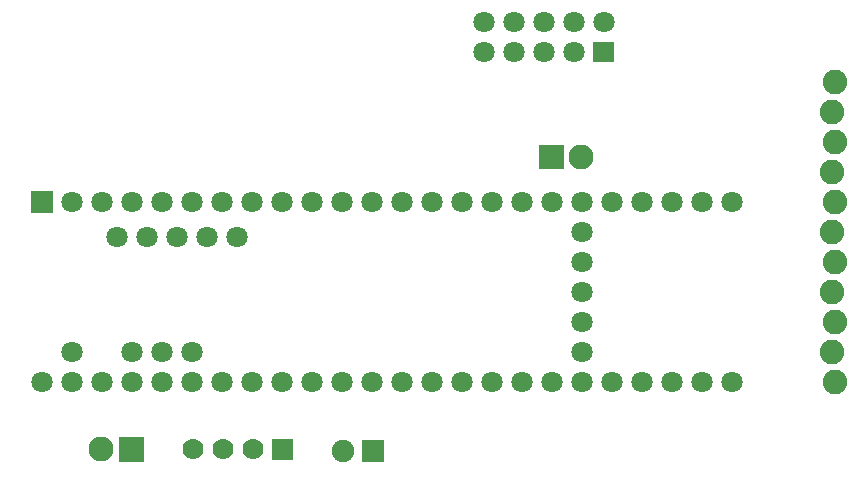
<source format=gts>
G04 Layer: TopSolderMaskLayer*
G04 EasyEDA v6.4.19.5, 2021-06-04T13:03:27+02:00*
G04 efa6938f2177404b8bb2681d1be77202,563db0ff5b334ec4995e7372edb549dc,10*
G04 Gerber Generator version 0.2*
G04 Scale: 100 percent, Rotated: No, Reflected: No *
G04 Dimensions in millimeters *
G04 leading zeros omitted , absolute positions ,4 integer and 5 decimal *
%FSLAX45Y45*%
%MOMM*%

%ADD34C,2.0828*%
%ADD35C,1.8031*%
%ADD38C,1.7780*%
%ADD40C,2.1032*%
%ADD41C,1.9016*%
%ADD43C,1.8016*%

%LPD*%
D34*
G01*
X7035800Y-889000D03*
G01*
X7010400Y-1143000D03*
G01*
X7035800Y-1397000D03*
G01*
X7010400Y-1651000D03*
G01*
X7035800Y-1905000D03*
G01*
X7010400Y-2159000D03*
G01*
X7035800Y-2413000D03*
G01*
X7010400Y-2667000D03*
G01*
X7035800Y-2921000D03*
G01*
X7010400Y-3175000D03*
G01*
X7035800Y-3429000D03*
D35*
G01*
X4387011Y-1903984D03*
G01*
X4641011Y-1903984D03*
G01*
X4895011Y-1903984D03*
G01*
X5149011Y-1903984D03*
G01*
X4133011Y-1903984D03*
G01*
X3879011Y-1903984D03*
G01*
X3625011Y-1903984D03*
G01*
X5403011Y-1903984D03*
G01*
X5657011Y-1903984D03*
G01*
X5911011Y-1903984D03*
G01*
X6165011Y-1903984D03*
G01*
X4895011Y-2157984D03*
G01*
X4895011Y-2411984D03*
G01*
X4895011Y-2665984D03*
G01*
X4895011Y-2919984D03*
G01*
X4895011Y-3173984D03*
G01*
X6165011Y-3427984D03*
G01*
X5911011Y-3427984D03*
G01*
X5657011Y-3427984D03*
G01*
X5403011Y-3427984D03*
G01*
X5149011Y-3427984D03*
G01*
X4895011Y-3427984D03*
G01*
X4641011Y-3427984D03*
G01*
X4387011Y-3427984D03*
G01*
X3371011Y-1903984D03*
G01*
X3117037Y-1903984D03*
G01*
X2863037Y-1903984D03*
G01*
X2609037Y-1903984D03*
G01*
X2355037Y-1903984D03*
G01*
X2101037Y-1903984D03*
G01*
X1847037Y-1903984D03*
G01*
X1593037Y-1903984D03*
G01*
X1339037Y-1903984D03*
G01*
X1085037Y-1903984D03*
G01*
X831037Y-1903984D03*
G01*
X577037Y-1903984D03*
G36*
X232918Y-1994154D02*
G01*
X232918Y-1813813D01*
X413257Y-1813813D01*
X413257Y-1994154D01*
G37*
G01*
X4133011Y-3427984D03*
G01*
X3879011Y-3427984D03*
G01*
X3625011Y-3427984D03*
G01*
X3371011Y-3427984D03*
G01*
X3117037Y-3427984D03*
G01*
X2863037Y-3427984D03*
G01*
X2609037Y-3427984D03*
G01*
X2355037Y-3427984D03*
G01*
X2101037Y-3427984D03*
G01*
X1847037Y-3427984D03*
G01*
X1593037Y-3427984D03*
G01*
X1339037Y-3427984D03*
G01*
X1085037Y-3427984D03*
G01*
X831037Y-3427984D03*
G01*
X577037Y-3427984D03*
G01*
X323037Y-3427984D03*
G01*
X577037Y-3173984D03*
G01*
X1085037Y-3173984D03*
G01*
X1339037Y-3173984D03*
G01*
X1593037Y-3173984D03*
G01*
X958037Y-2203983D03*
G01*
X1212037Y-2203983D03*
G01*
X1466037Y-2203983D03*
G01*
X1720037Y-2203983D03*
G01*
X1974037Y-2203983D03*
G36*
X2273300Y-4089400D02*
G01*
X2273300Y-3911600D01*
X2451100Y-3911600D01*
X2451100Y-4089400D01*
G37*
D38*
G01*
X2108200Y-4000500D03*
G01*
X1854200Y-4000500D03*
G01*
X1600200Y-4000500D03*
G36*
X974344Y-4105655D02*
G01*
X974344Y-3895344D01*
X1184655Y-3895344D01*
X1184655Y-4105655D01*
G37*
D40*
G01*
X825500Y-4000500D03*
G36*
X4530343Y-1629155D02*
G01*
X4530343Y-1418844D01*
X4740656Y-1418844D01*
X4740656Y-1629155D01*
G37*
G01*
X4889500Y-1524000D03*
D41*
G01*
X2870200Y-4013200D03*
G36*
X3029204Y-4108195D02*
G01*
X3029204Y-3918204D01*
X3219195Y-3918204D01*
X3219195Y-4108195D01*
G37*
D43*
G01*
X4826000Y-381000D03*
G01*
X4572000Y-381000D03*
G01*
X4064000Y-381000D03*
G01*
X4064000Y-635000D03*
G01*
X4318000Y-381000D03*
G01*
X4318000Y-635000D03*
G01*
X4572000Y-635000D03*
G01*
X4826000Y-635000D03*
G01*
X5080000Y-381000D03*
G36*
X4989829Y-718820D02*
G01*
X4989829Y-551179D01*
X5170170Y-551179D01*
X5170170Y-718820D01*
G37*
M02*

</source>
